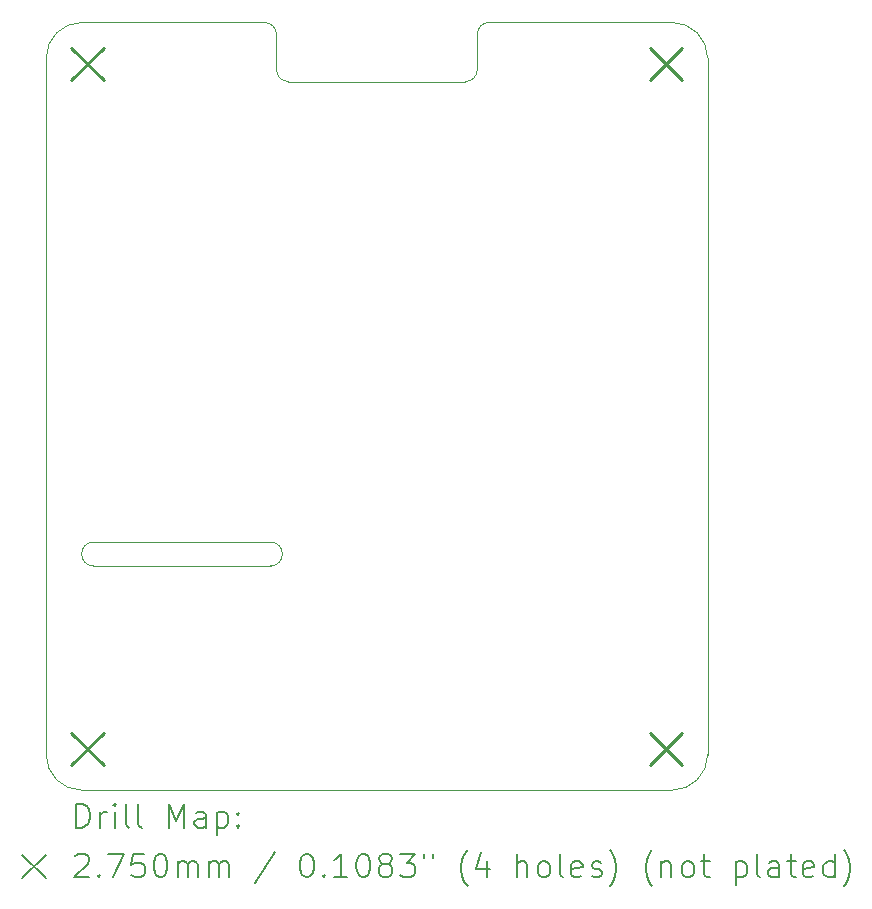
<source format=gbr>
%TF.GenerationSoftware,KiCad,Pcbnew,8.0.7+1*%
%TF.CreationDate,2025-02-19T14:48:12+01:00*%
%TF.ProjectId,ts15-rpi-shield,74733135-2d72-4706-992d-736869656c64,rev?*%
%TF.SameCoordinates,Original*%
%TF.FileFunction,Drillmap*%
%TF.FilePolarity,Positive*%
%FSLAX45Y45*%
G04 Gerber Fmt 4.5, Leading zero omitted, Abs format (unit mm)*
G04 Created by KiCad (PCBNEW 8.0.7+1) date 2025-02-19 14:48:12*
%MOMM*%
%LPD*%
G01*
G04 APERTURE LIST*
%ADD10C,0.100000*%
%ADD11C,0.200000*%
%ADD12C,0.275000*%
G04 APERTURE END LIST*
D10*
X11250000Y-7300000D02*
X11250000Y-13200000D01*
X13100000Y-7000000D02*
X11550000Y-7000000D01*
X13150000Y-11400000D02*
X11650000Y-11400000D01*
X13150000Y-11600000D02*
X11650000Y-11600000D01*
X13200000Y-7100000D02*
X13200000Y-7400000D01*
X14800000Y-7500000D02*
X13300000Y-7500000D01*
X14900000Y-7100000D02*
X14900000Y-7400000D01*
X16550000Y-7000000D02*
X15000000Y-7000000D01*
X16550000Y-13500000D02*
X11550000Y-13500000D01*
X16850000Y-7300000D02*
X16850000Y-13200000D01*
X11250000Y-7300000D02*
G75*
G02*
X11550000Y-7000000I300000J0D01*
G01*
X11550000Y-13500000D02*
G75*
G02*
X11250000Y-13200000I0J300000D01*
G01*
X11650000Y-11600000D02*
G75*
G02*
X11650000Y-11400000I0J100000D01*
G01*
X13100000Y-7000000D02*
G75*
G02*
X13200000Y-7100000I0J-100000D01*
G01*
X13150000Y-11400000D02*
G75*
G02*
X13150000Y-11600000I0J-100000D01*
G01*
X13300000Y-7500000D02*
G75*
G02*
X13200000Y-7400000I0J100000D01*
G01*
X14900000Y-7100000D02*
G75*
G02*
X15000000Y-7000000I100000J0D01*
G01*
X14900000Y-7400000D02*
G75*
G02*
X14800000Y-7500000I-100000J0D01*
G01*
X16550000Y-7000000D02*
G75*
G02*
X16850000Y-7300000I0J-300000D01*
G01*
X16850000Y-13200000D02*
G75*
G02*
X16550000Y-13500000I-300000J0D01*
G01*
D11*
D12*
X11462500Y-7212500D02*
X11737500Y-7487500D01*
X11737500Y-7212500D02*
X11462500Y-7487500D01*
X11462500Y-13012500D02*
X11737500Y-13287500D01*
X11737500Y-13012500D02*
X11462500Y-13287500D01*
X16362500Y-7212500D02*
X16637500Y-7487500D01*
X16637500Y-7212500D02*
X16362500Y-7487500D01*
X16362500Y-13012500D02*
X16637500Y-13287500D01*
X16637500Y-13012500D02*
X16362500Y-13287500D01*
D11*
X11505777Y-13816484D02*
X11505777Y-13616484D01*
X11505777Y-13616484D02*
X11553396Y-13616484D01*
X11553396Y-13616484D02*
X11581967Y-13626008D01*
X11581967Y-13626008D02*
X11601015Y-13645055D01*
X11601015Y-13645055D02*
X11610539Y-13664103D01*
X11610539Y-13664103D02*
X11620062Y-13702198D01*
X11620062Y-13702198D02*
X11620062Y-13730769D01*
X11620062Y-13730769D02*
X11610539Y-13768865D01*
X11610539Y-13768865D02*
X11601015Y-13787912D01*
X11601015Y-13787912D02*
X11581967Y-13806960D01*
X11581967Y-13806960D02*
X11553396Y-13816484D01*
X11553396Y-13816484D02*
X11505777Y-13816484D01*
X11705777Y-13816484D02*
X11705777Y-13683150D01*
X11705777Y-13721246D02*
X11715301Y-13702198D01*
X11715301Y-13702198D02*
X11724824Y-13692674D01*
X11724824Y-13692674D02*
X11743872Y-13683150D01*
X11743872Y-13683150D02*
X11762920Y-13683150D01*
X11829586Y-13816484D02*
X11829586Y-13683150D01*
X11829586Y-13616484D02*
X11820062Y-13626008D01*
X11820062Y-13626008D02*
X11829586Y-13635531D01*
X11829586Y-13635531D02*
X11839110Y-13626008D01*
X11839110Y-13626008D02*
X11829586Y-13616484D01*
X11829586Y-13616484D02*
X11829586Y-13635531D01*
X11953396Y-13816484D02*
X11934348Y-13806960D01*
X11934348Y-13806960D02*
X11924824Y-13787912D01*
X11924824Y-13787912D02*
X11924824Y-13616484D01*
X12058158Y-13816484D02*
X12039110Y-13806960D01*
X12039110Y-13806960D02*
X12029586Y-13787912D01*
X12029586Y-13787912D02*
X12029586Y-13616484D01*
X12286729Y-13816484D02*
X12286729Y-13616484D01*
X12286729Y-13616484D02*
X12353396Y-13759341D01*
X12353396Y-13759341D02*
X12420062Y-13616484D01*
X12420062Y-13616484D02*
X12420062Y-13816484D01*
X12601015Y-13816484D02*
X12601015Y-13711722D01*
X12601015Y-13711722D02*
X12591491Y-13692674D01*
X12591491Y-13692674D02*
X12572443Y-13683150D01*
X12572443Y-13683150D02*
X12534348Y-13683150D01*
X12534348Y-13683150D02*
X12515301Y-13692674D01*
X12601015Y-13806960D02*
X12581967Y-13816484D01*
X12581967Y-13816484D02*
X12534348Y-13816484D01*
X12534348Y-13816484D02*
X12515301Y-13806960D01*
X12515301Y-13806960D02*
X12505777Y-13787912D01*
X12505777Y-13787912D02*
X12505777Y-13768865D01*
X12505777Y-13768865D02*
X12515301Y-13749817D01*
X12515301Y-13749817D02*
X12534348Y-13740293D01*
X12534348Y-13740293D02*
X12581967Y-13740293D01*
X12581967Y-13740293D02*
X12601015Y-13730769D01*
X12696253Y-13683150D02*
X12696253Y-13883150D01*
X12696253Y-13692674D02*
X12715301Y-13683150D01*
X12715301Y-13683150D02*
X12753396Y-13683150D01*
X12753396Y-13683150D02*
X12772443Y-13692674D01*
X12772443Y-13692674D02*
X12781967Y-13702198D01*
X12781967Y-13702198D02*
X12791491Y-13721246D01*
X12791491Y-13721246D02*
X12791491Y-13778388D01*
X12791491Y-13778388D02*
X12781967Y-13797436D01*
X12781967Y-13797436D02*
X12772443Y-13806960D01*
X12772443Y-13806960D02*
X12753396Y-13816484D01*
X12753396Y-13816484D02*
X12715301Y-13816484D01*
X12715301Y-13816484D02*
X12696253Y-13806960D01*
X12877205Y-13797436D02*
X12886729Y-13806960D01*
X12886729Y-13806960D02*
X12877205Y-13816484D01*
X12877205Y-13816484D02*
X12867682Y-13806960D01*
X12867682Y-13806960D02*
X12877205Y-13797436D01*
X12877205Y-13797436D02*
X12877205Y-13816484D01*
X12877205Y-13692674D02*
X12886729Y-13702198D01*
X12886729Y-13702198D02*
X12877205Y-13711722D01*
X12877205Y-13711722D02*
X12867682Y-13702198D01*
X12867682Y-13702198D02*
X12877205Y-13692674D01*
X12877205Y-13692674D02*
X12877205Y-13711722D01*
X11045000Y-14045000D02*
X11245000Y-14245000D01*
X11245000Y-14045000D02*
X11045000Y-14245000D01*
X11496253Y-14055531D02*
X11505777Y-14046008D01*
X11505777Y-14046008D02*
X11524824Y-14036484D01*
X11524824Y-14036484D02*
X11572443Y-14036484D01*
X11572443Y-14036484D02*
X11591491Y-14046008D01*
X11591491Y-14046008D02*
X11601015Y-14055531D01*
X11601015Y-14055531D02*
X11610539Y-14074579D01*
X11610539Y-14074579D02*
X11610539Y-14093627D01*
X11610539Y-14093627D02*
X11601015Y-14122198D01*
X11601015Y-14122198D02*
X11486729Y-14236484D01*
X11486729Y-14236484D02*
X11610539Y-14236484D01*
X11696253Y-14217436D02*
X11705777Y-14226960D01*
X11705777Y-14226960D02*
X11696253Y-14236484D01*
X11696253Y-14236484D02*
X11686729Y-14226960D01*
X11686729Y-14226960D02*
X11696253Y-14217436D01*
X11696253Y-14217436D02*
X11696253Y-14236484D01*
X11772443Y-14036484D02*
X11905777Y-14036484D01*
X11905777Y-14036484D02*
X11820062Y-14236484D01*
X12077205Y-14036484D02*
X11981967Y-14036484D01*
X11981967Y-14036484D02*
X11972443Y-14131722D01*
X11972443Y-14131722D02*
X11981967Y-14122198D01*
X11981967Y-14122198D02*
X12001015Y-14112674D01*
X12001015Y-14112674D02*
X12048634Y-14112674D01*
X12048634Y-14112674D02*
X12067682Y-14122198D01*
X12067682Y-14122198D02*
X12077205Y-14131722D01*
X12077205Y-14131722D02*
X12086729Y-14150769D01*
X12086729Y-14150769D02*
X12086729Y-14198388D01*
X12086729Y-14198388D02*
X12077205Y-14217436D01*
X12077205Y-14217436D02*
X12067682Y-14226960D01*
X12067682Y-14226960D02*
X12048634Y-14236484D01*
X12048634Y-14236484D02*
X12001015Y-14236484D01*
X12001015Y-14236484D02*
X11981967Y-14226960D01*
X11981967Y-14226960D02*
X11972443Y-14217436D01*
X12210539Y-14036484D02*
X12229586Y-14036484D01*
X12229586Y-14036484D02*
X12248634Y-14046008D01*
X12248634Y-14046008D02*
X12258158Y-14055531D01*
X12258158Y-14055531D02*
X12267682Y-14074579D01*
X12267682Y-14074579D02*
X12277205Y-14112674D01*
X12277205Y-14112674D02*
X12277205Y-14160293D01*
X12277205Y-14160293D02*
X12267682Y-14198388D01*
X12267682Y-14198388D02*
X12258158Y-14217436D01*
X12258158Y-14217436D02*
X12248634Y-14226960D01*
X12248634Y-14226960D02*
X12229586Y-14236484D01*
X12229586Y-14236484D02*
X12210539Y-14236484D01*
X12210539Y-14236484D02*
X12191491Y-14226960D01*
X12191491Y-14226960D02*
X12181967Y-14217436D01*
X12181967Y-14217436D02*
X12172443Y-14198388D01*
X12172443Y-14198388D02*
X12162920Y-14160293D01*
X12162920Y-14160293D02*
X12162920Y-14112674D01*
X12162920Y-14112674D02*
X12172443Y-14074579D01*
X12172443Y-14074579D02*
X12181967Y-14055531D01*
X12181967Y-14055531D02*
X12191491Y-14046008D01*
X12191491Y-14046008D02*
X12210539Y-14036484D01*
X12362920Y-14236484D02*
X12362920Y-14103150D01*
X12362920Y-14122198D02*
X12372443Y-14112674D01*
X12372443Y-14112674D02*
X12391491Y-14103150D01*
X12391491Y-14103150D02*
X12420063Y-14103150D01*
X12420063Y-14103150D02*
X12439110Y-14112674D01*
X12439110Y-14112674D02*
X12448634Y-14131722D01*
X12448634Y-14131722D02*
X12448634Y-14236484D01*
X12448634Y-14131722D02*
X12458158Y-14112674D01*
X12458158Y-14112674D02*
X12477205Y-14103150D01*
X12477205Y-14103150D02*
X12505777Y-14103150D01*
X12505777Y-14103150D02*
X12524824Y-14112674D01*
X12524824Y-14112674D02*
X12534348Y-14131722D01*
X12534348Y-14131722D02*
X12534348Y-14236484D01*
X12629586Y-14236484D02*
X12629586Y-14103150D01*
X12629586Y-14122198D02*
X12639110Y-14112674D01*
X12639110Y-14112674D02*
X12658158Y-14103150D01*
X12658158Y-14103150D02*
X12686729Y-14103150D01*
X12686729Y-14103150D02*
X12705777Y-14112674D01*
X12705777Y-14112674D02*
X12715301Y-14131722D01*
X12715301Y-14131722D02*
X12715301Y-14236484D01*
X12715301Y-14131722D02*
X12724824Y-14112674D01*
X12724824Y-14112674D02*
X12743872Y-14103150D01*
X12743872Y-14103150D02*
X12772443Y-14103150D01*
X12772443Y-14103150D02*
X12791491Y-14112674D01*
X12791491Y-14112674D02*
X12801015Y-14131722D01*
X12801015Y-14131722D02*
X12801015Y-14236484D01*
X13191491Y-14026960D02*
X13020063Y-14284103D01*
X13448634Y-14036484D02*
X13467682Y-14036484D01*
X13467682Y-14036484D02*
X13486729Y-14046008D01*
X13486729Y-14046008D02*
X13496253Y-14055531D01*
X13496253Y-14055531D02*
X13505777Y-14074579D01*
X13505777Y-14074579D02*
X13515301Y-14112674D01*
X13515301Y-14112674D02*
X13515301Y-14160293D01*
X13515301Y-14160293D02*
X13505777Y-14198388D01*
X13505777Y-14198388D02*
X13496253Y-14217436D01*
X13496253Y-14217436D02*
X13486729Y-14226960D01*
X13486729Y-14226960D02*
X13467682Y-14236484D01*
X13467682Y-14236484D02*
X13448634Y-14236484D01*
X13448634Y-14236484D02*
X13429586Y-14226960D01*
X13429586Y-14226960D02*
X13420063Y-14217436D01*
X13420063Y-14217436D02*
X13410539Y-14198388D01*
X13410539Y-14198388D02*
X13401015Y-14160293D01*
X13401015Y-14160293D02*
X13401015Y-14112674D01*
X13401015Y-14112674D02*
X13410539Y-14074579D01*
X13410539Y-14074579D02*
X13420063Y-14055531D01*
X13420063Y-14055531D02*
X13429586Y-14046008D01*
X13429586Y-14046008D02*
X13448634Y-14036484D01*
X13601015Y-14217436D02*
X13610539Y-14226960D01*
X13610539Y-14226960D02*
X13601015Y-14236484D01*
X13601015Y-14236484D02*
X13591491Y-14226960D01*
X13591491Y-14226960D02*
X13601015Y-14217436D01*
X13601015Y-14217436D02*
X13601015Y-14236484D01*
X13801015Y-14236484D02*
X13686729Y-14236484D01*
X13743872Y-14236484D02*
X13743872Y-14036484D01*
X13743872Y-14036484D02*
X13724825Y-14065055D01*
X13724825Y-14065055D02*
X13705777Y-14084103D01*
X13705777Y-14084103D02*
X13686729Y-14093627D01*
X13924825Y-14036484D02*
X13943872Y-14036484D01*
X13943872Y-14036484D02*
X13962920Y-14046008D01*
X13962920Y-14046008D02*
X13972444Y-14055531D01*
X13972444Y-14055531D02*
X13981967Y-14074579D01*
X13981967Y-14074579D02*
X13991491Y-14112674D01*
X13991491Y-14112674D02*
X13991491Y-14160293D01*
X13991491Y-14160293D02*
X13981967Y-14198388D01*
X13981967Y-14198388D02*
X13972444Y-14217436D01*
X13972444Y-14217436D02*
X13962920Y-14226960D01*
X13962920Y-14226960D02*
X13943872Y-14236484D01*
X13943872Y-14236484D02*
X13924825Y-14236484D01*
X13924825Y-14236484D02*
X13905777Y-14226960D01*
X13905777Y-14226960D02*
X13896253Y-14217436D01*
X13896253Y-14217436D02*
X13886729Y-14198388D01*
X13886729Y-14198388D02*
X13877206Y-14160293D01*
X13877206Y-14160293D02*
X13877206Y-14112674D01*
X13877206Y-14112674D02*
X13886729Y-14074579D01*
X13886729Y-14074579D02*
X13896253Y-14055531D01*
X13896253Y-14055531D02*
X13905777Y-14046008D01*
X13905777Y-14046008D02*
X13924825Y-14036484D01*
X14105777Y-14122198D02*
X14086729Y-14112674D01*
X14086729Y-14112674D02*
X14077206Y-14103150D01*
X14077206Y-14103150D02*
X14067682Y-14084103D01*
X14067682Y-14084103D02*
X14067682Y-14074579D01*
X14067682Y-14074579D02*
X14077206Y-14055531D01*
X14077206Y-14055531D02*
X14086729Y-14046008D01*
X14086729Y-14046008D02*
X14105777Y-14036484D01*
X14105777Y-14036484D02*
X14143872Y-14036484D01*
X14143872Y-14036484D02*
X14162920Y-14046008D01*
X14162920Y-14046008D02*
X14172444Y-14055531D01*
X14172444Y-14055531D02*
X14181967Y-14074579D01*
X14181967Y-14074579D02*
X14181967Y-14084103D01*
X14181967Y-14084103D02*
X14172444Y-14103150D01*
X14172444Y-14103150D02*
X14162920Y-14112674D01*
X14162920Y-14112674D02*
X14143872Y-14122198D01*
X14143872Y-14122198D02*
X14105777Y-14122198D01*
X14105777Y-14122198D02*
X14086729Y-14131722D01*
X14086729Y-14131722D02*
X14077206Y-14141246D01*
X14077206Y-14141246D02*
X14067682Y-14160293D01*
X14067682Y-14160293D02*
X14067682Y-14198388D01*
X14067682Y-14198388D02*
X14077206Y-14217436D01*
X14077206Y-14217436D02*
X14086729Y-14226960D01*
X14086729Y-14226960D02*
X14105777Y-14236484D01*
X14105777Y-14236484D02*
X14143872Y-14236484D01*
X14143872Y-14236484D02*
X14162920Y-14226960D01*
X14162920Y-14226960D02*
X14172444Y-14217436D01*
X14172444Y-14217436D02*
X14181967Y-14198388D01*
X14181967Y-14198388D02*
X14181967Y-14160293D01*
X14181967Y-14160293D02*
X14172444Y-14141246D01*
X14172444Y-14141246D02*
X14162920Y-14131722D01*
X14162920Y-14131722D02*
X14143872Y-14122198D01*
X14248634Y-14036484D02*
X14372444Y-14036484D01*
X14372444Y-14036484D02*
X14305777Y-14112674D01*
X14305777Y-14112674D02*
X14334348Y-14112674D01*
X14334348Y-14112674D02*
X14353396Y-14122198D01*
X14353396Y-14122198D02*
X14362920Y-14131722D01*
X14362920Y-14131722D02*
X14372444Y-14150769D01*
X14372444Y-14150769D02*
X14372444Y-14198388D01*
X14372444Y-14198388D02*
X14362920Y-14217436D01*
X14362920Y-14217436D02*
X14353396Y-14226960D01*
X14353396Y-14226960D02*
X14334348Y-14236484D01*
X14334348Y-14236484D02*
X14277206Y-14236484D01*
X14277206Y-14236484D02*
X14258158Y-14226960D01*
X14258158Y-14226960D02*
X14248634Y-14217436D01*
X14448634Y-14036484D02*
X14448634Y-14074579D01*
X14524825Y-14036484D02*
X14524825Y-14074579D01*
X14820063Y-14312674D02*
X14810539Y-14303150D01*
X14810539Y-14303150D02*
X14791491Y-14274579D01*
X14791491Y-14274579D02*
X14781968Y-14255531D01*
X14781968Y-14255531D02*
X14772444Y-14226960D01*
X14772444Y-14226960D02*
X14762920Y-14179341D01*
X14762920Y-14179341D02*
X14762920Y-14141246D01*
X14762920Y-14141246D02*
X14772444Y-14093627D01*
X14772444Y-14093627D02*
X14781968Y-14065055D01*
X14781968Y-14065055D02*
X14791491Y-14046008D01*
X14791491Y-14046008D02*
X14810539Y-14017436D01*
X14810539Y-14017436D02*
X14820063Y-14007912D01*
X14981968Y-14103150D02*
X14981968Y-14236484D01*
X14934348Y-14026960D02*
X14886729Y-14169817D01*
X14886729Y-14169817D02*
X15010539Y-14169817D01*
X15239110Y-14236484D02*
X15239110Y-14036484D01*
X15324825Y-14236484D02*
X15324825Y-14131722D01*
X15324825Y-14131722D02*
X15315301Y-14112674D01*
X15315301Y-14112674D02*
X15296253Y-14103150D01*
X15296253Y-14103150D02*
X15267682Y-14103150D01*
X15267682Y-14103150D02*
X15248634Y-14112674D01*
X15248634Y-14112674D02*
X15239110Y-14122198D01*
X15448634Y-14236484D02*
X15429587Y-14226960D01*
X15429587Y-14226960D02*
X15420063Y-14217436D01*
X15420063Y-14217436D02*
X15410539Y-14198388D01*
X15410539Y-14198388D02*
X15410539Y-14141246D01*
X15410539Y-14141246D02*
X15420063Y-14122198D01*
X15420063Y-14122198D02*
X15429587Y-14112674D01*
X15429587Y-14112674D02*
X15448634Y-14103150D01*
X15448634Y-14103150D02*
X15477206Y-14103150D01*
X15477206Y-14103150D02*
X15496253Y-14112674D01*
X15496253Y-14112674D02*
X15505777Y-14122198D01*
X15505777Y-14122198D02*
X15515301Y-14141246D01*
X15515301Y-14141246D02*
X15515301Y-14198388D01*
X15515301Y-14198388D02*
X15505777Y-14217436D01*
X15505777Y-14217436D02*
X15496253Y-14226960D01*
X15496253Y-14226960D02*
X15477206Y-14236484D01*
X15477206Y-14236484D02*
X15448634Y-14236484D01*
X15629587Y-14236484D02*
X15610539Y-14226960D01*
X15610539Y-14226960D02*
X15601015Y-14207912D01*
X15601015Y-14207912D02*
X15601015Y-14036484D01*
X15781968Y-14226960D02*
X15762920Y-14236484D01*
X15762920Y-14236484D02*
X15724825Y-14236484D01*
X15724825Y-14236484D02*
X15705777Y-14226960D01*
X15705777Y-14226960D02*
X15696253Y-14207912D01*
X15696253Y-14207912D02*
X15696253Y-14131722D01*
X15696253Y-14131722D02*
X15705777Y-14112674D01*
X15705777Y-14112674D02*
X15724825Y-14103150D01*
X15724825Y-14103150D02*
X15762920Y-14103150D01*
X15762920Y-14103150D02*
X15781968Y-14112674D01*
X15781968Y-14112674D02*
X15791491Y-14131722D01*
X15791491Y-14131722D02*
X15791491Y-14150769D01*
X15791491Y-14150769D02*
X15696253Y-14169817D01*
X15867682Y-14226960D02*
X15886730Y-14236484D01*
X15886730Y-14236484D02*
X15924825Y-14236484D01*
X15924825Y-14236484D02*
X15943872Y-14226960D01*
X15943872Y-14226960D02*
X15953396Y-14207912D01*
X15953396Y-14207912D02*
X15953396Y-14198388D01*
X15953396Y-14198388D02*
X15943872Y-14179341D01*
X15943872Y-14179341D02*
X15924825Y-14169817D01*
X15924825Y-14169817D02*
X15896253Y-14169817D01*
X15896253Y-14169817D02*
X15877206Y-14160293D01*
X15877206Y-14160293D02*
X15867682Y-14141246D01*
X15867682Y-14141246D02*
X15867682Y-14131722D01*
X15867682Y-14131722D02*
X15877206Y-14112674D01*
X15877206Y-14112674D02*
X15896253Y-14103150D01*
X15896253Y-14103150D02*
X15924825Y-14103150D01*
X15924825Y-14103150D02*
X15943872Y-14112674D01*
X16020063Y-14312674D02*
X16029587Y-14303150D01*
X16029587Y-14303150D02*
X16048634Y-14274579D01*
X16048634Y-14274579D02*
X16058158Y-14255531D01*
X16058158Y-14255531D02*
X16067682Y-14226960D01*
X16067682Y-14226960D02*
X16077206Y-14179341D01*
X16077206Y-14179341D02*
X16077206Y-14141246D01*
X16077206Y-14141246D02*
X16067682Y-14093627D01*
X16067682Y-14093627D02*
X16058158Y-14065055D01*
X16058158Y-14065055D02*
X16048634Y-14046008D01*
X16048634Y-14046008D02*
X16029587Y-14017436D01*
X16029587Y-14017436D02*
X16020063Y-14007912D01*
X16381968Y-14312674D02*
X16372444Y-14303150D01*
X16372444Y-14303150D02*
X16353396Y-14274579D01*
X16353396Y-14274579D02*
X16343872Y-14255531D01*
X16343872Y-14255531D02*
X16334349Y-14226960D01*
X16334349Y-14226960D02*
X16324825Y-14179341D01*
X16324825Y-14179341D02*
X16324825Y-14141246D01*
X16324825Y-14141246D02*
X16334349Y-14093627D01*
X16334349Y-14093627D02*
X16343872Y-14065055D01*
X16343872Y-14065055D02*
X16353396Y-14046008D01*
X16353396Y-14046008D02*
X16372444Y-14017436D01*
X16372444Y-14017436D02*
X16381968Y-14007912D01*
X16458158Y-14103150D02*
X16458158Y-14236484D01*
X16458158Y-14122198D02*
X16467682Y-14112674D01*
X16467682Y-14112674D02*
X16486730Y-14103150D01*
X16486730Y-14103150D02*
X16515301Y-14103150D01*
X16515301Y-14103150D02*
X16534349Y-14112674D01*
X16534349Y-14112674D02*
X16543872Y-14131722D01*
X16543872Y-14131722D02*
X16543872Y-14236484D01*
X16667682Y-14236484D02*
X16648634Y-14226960D01*
X16648634Y-14226960D02*
X16639111Y-14217436D01*
X16639111Y-14217436D02*
X16629587Y-14198388D01*
X16629587Y-14198388D02*
X16629587Y-14141246D01*
X16629587Y-14141246D02*
X16639111Y-14122198D01*
X16639111Y-14122198D02*
X16648634Y-14112674D01*
X16648634Y-14112674D02*
X16667682Y-14103150D01*
X16667682Y-14103150D02*
X16696253Y-14103150D01*
X16696253Y-14103150D02*
X16715301Y-14112674D01*
X16715301Y-14112674D02*
X16724825Y-14122198D01*
X16724825Y-14122198D02*
X16734349Y-14141246D01*
X16734349Y-14141246D02*
X16734349Y-14198388D01*
X16734349Y-14198388D02*
X16724825Y-14217436D01*
X16724825Y-14217436D02*
X16715301Y-14226960D01*
X16715301Y-14226960D02*
X16696253Y-14236484D01*
X16696253Y-14236484D02*
X16667682Y-14236484D01*
X16791492Y-14103150D02*
X16867682Y-14103150D01*
X16820063Y-14036484D02*
X16820063Y-14207912D01*
X16820063Y-14207912D02*
X16829587Y-14226960D01*
X16829587Y-14226960D02*
X16848634Y-14236484D01*
X16848634Y-14236484D02*
X16867682Y-14236484D01*
X17086730Y-14103150D02*
X17086730Y-14303150D01*
X17086730Y-14112674D02*
X17105777Y-14103150D01*
X17105777Y-14103150D02*
X17143873Y-14103150D01*
X17143873Y-14103150D02*
X17162920Y-14112674D01*
X17162920Y-14112674D02*
X17172444Y-14122198D01*
X17172444Y-14122198D02*
X17181968Y-14141246D01*
X17181968Y-14141246D02*
X17181968Y-14198388D01*
X17181968Y-14198388D02*
X17172444Y-14217436D01*
X17172444Y-14217436D02*
X17162920Y-14226960D01*
X17162920Y-14226960D02*
X17143873Y-14236484D01*
X17143873Y-14236484D02*
X17105777Y-14236484D01*
X17105777Y-14236484D02*
X17086730Y-14226960D01*
X17296254Y-14236484D02*
X17277206Y-14226960D01*
X17277206Y-14226960D02*
X17267682Y-14207912D01*
X17267682Y-14207912D02*
X17267682Y-14036484D01*
X17458158Y-14236484D02*
X17458158Y-14131722D01*
X17458158Y-14131722D02*
X17448635Y-14112674D01*
X17448635Y-14112674D02*
X17429587Y-14103150D01*
X17429587Y-14103150D02*
X17391492Y-14103150D01*
X17391492Y-14103150D02*
X17372444Y-14112674D01*
X17458158Y-14226960D02*
X17439111Y-14236484D01*
X17439111Y-14236484D02*
X17391492Y-14236484D01*
X17391492Y-14236484D02*
X17372444Y-14226960D01*
X17372444Y-14226960D02*
X17362920Y-14207912D01*
X17362920Y-14207912D02*
X17362920Y-14188865D01*
X17362920Y-14188865D02*
X17372444Y-14169817D01*
X17372444Y-14169817D02*
X17391492Y-14160293D01*
X17391492Y-14160293D02*
X17439111Y-14160293D01*
X17439111Y-14160293D02*
X17458158Y-14150769D01*
X17524825Y-14103150D02*
X17601015Y-14103150D01*
X17553396Y-14036484D02*
X17553396Y-14207912D01*
X17553396Y-14207912D02*
X17562920Y-14226960D01*
X17562920Y-14226960D02*
X17581968Y-14236484D01*
X17581968Y-14236484D02*
X17601015Y-14236484D01*
X17743873Y-14226960D02*
X17724825Y-14236484D01*
X17724825Y-14236484D02*
X17686730Y-14236484D01*
X17686730Y-14236484D02*
X17667682Y-14226960D01*
X17667682Y-14226960D02*
X17658158Y-14207912D01*
X17658158Y-14207912D02*
X17658158Y-14131722D01*
X17658158Y-14131722D02*
X17667682Y-14112674D01*
X17667682Y-14112674D02*
X17686730Y-14103150D01*
X17686730Y-14103150D02*
X17724825Y-14103150D01*
X17724825Y-14103150D02*
X17743873Y-14112674D01*
X17743873Y-14112674D02*
X17753396Y-14131722D01*
X17753396Y-14131722D02*
X17753396Y-14150769D01*
X17753396Y-14150769D02*
X17658158Y-14169817D01*
X17924825Y-14236484D02*
X17924825Y-14036484D01*
X17924825Y-14226960D02*
X17905777Y-14236484D01*
X17905777Y-14236484D02*
X17867682Y-14236484D01*
X17867682Y-14236484D02*
X17848635Y-14226960D01*
X17848635Y-14226960D02*
X17839111Y-14217436D01*
X17839111Y-14217436D02*
X17829587Y-14198388D01*
X17829587Y-14198388D02*
X17829587Y-14141246D01*
X17829587Y-14141246D02*
X17839111Y-14122198D01*
X17839111Y-14122198D02*
X17848635Y-14112674D01*
X17848635Y-14112674D02*
X17867682Y-14103150D01*
X17867682Y-14103150D02*
X17905777Y-14103150D01*
X17905777Y-14103150D02*
X17924825Y-14112674D01*
X18001016Y-14312674D02*
X18010539Y-14303150D01*
X18010539Y-14303150D02*
X18029587Y-14274579D01*
X18029587Y-14274579D02*
X18039111Y-14255531D01*
X18039111Y-14255531D02*
X18048635Y-14226960D01*
X18048635Y-14226960D02*
X18058158Y-14179341D01*
X18058158Y-14179341D02*
X18058158Y-14141246D01*
X18058158Y-14141246D02*
X18048635Y-14093627D01*
X18048635Y-14093627D02*
X18039111Y-14065055D01*
X18039111Y-14065055D02*
X18029587Y-14046008D01*
X18029587Y-14046008D02*
X18010539Y-14017436D01*
X18010539Y-14017436D02*
X18001016Y-14007912D01*
M02*

</source>
